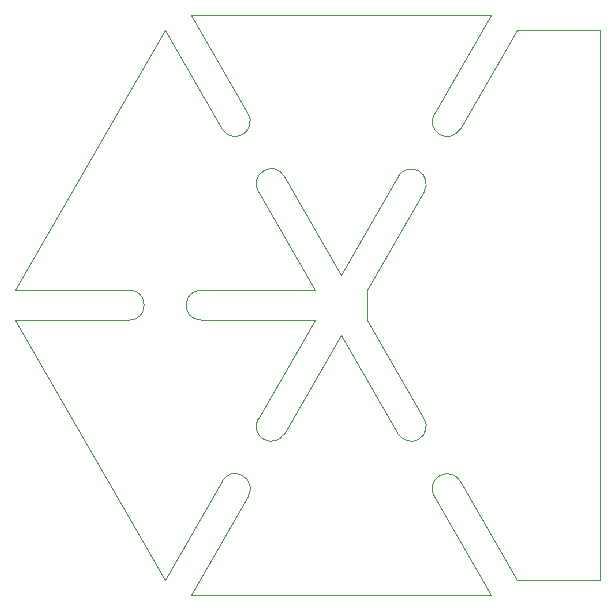
<source format=gbr>
%TF.GenerationSoftware,KiCad,Pcbnew,7.0.10*%
%TF.CreationDate,2024-02-05T19:53:07-05:00*%
%TF.ProjectId,Digital D20,44696769-7461-46c2-9044-32302e6b6963,rev?*%
%TF.SameCoordinates,Original*%
%TF.FileFunction,Profile,NP*%
%FSLAX46Y46*%
G04 Gerber Fmt 4.6, Leading zero omitted, Abs format (unit mm)*
G04 Created by KiCad (PCBNEW 7.0.10) date 2024-02-05 19:53:07*
%MOMM*%
%LPD*%
G01*
G04 APERTURE LIST*
%TA.AperFunction,Profile*%
%ADD10C,0.100000*%
%TD*%
G04 APERTURE END LIST*
D10*
X172039411Y-148997046D02*
X179019200Y-148996400D01*
X179019199Y-102462309D02*
X172039410Y-102462955D01*
X167213411Y-140638169D02*
G75*
G03*
X165013706Y-141908169I-1099853J-634999D01*
G01*
X164165410Y-116101123D02*
G75*
G03*
X161965705Y-114831123I-1099852J635001D01*
G01*
X165013705Y-109551832D02*
G75*
G03*
X167213410Y-110821832I1099852J-635001D01*
G01*
X161965706Y-136628878D02*
G75*
G03*
X164165411Y-135358878I1099853J634999D01*
G01*
X179019200Y-148996400D02*
X179019199Y-102462309D01*
X159339410Y-124460000D02*
X159339411Y-127000000D01*
X169839706Y-150267046D02*
X165013706Y-141908169D01*
X167213411Y-140638168D02*
X172039411Y-148997046D01*
X157139706Y-128270001D02*
X161965706Y-136628878D01*
X159339411Y-127000000D02*
X164165411Y-135358878D01*
X157139705Y-123190000D02*
X161965705Y-114831123D01*
X164165410Y-116101123D02*
X159339410Y-124460000D01*
X169839705Y-101192955D02*
X165013705Y-109551832D01*
X172039410Y-102462955D02*
X167213410Y-110821832D01*
X144439705Y-101192954D02*
X169839705Y-101192954D01*
X152313703Y-114831123D02*
G75*
G03*
X150114001Y-116101123I-1099851J-635000D01*
G01*
X154940000Y-124460000D02*
X150114000Y-116101123D01*
X147066000Y-110821832D02*
G75*
G03*
X149265704Y-109551832I1099852J635000D01*
G01*
X152313705Y-114831122D02*
X157139705Y-123190000D01*
X142240000Y-102462955D02*
X147066000Y-110821832D01*
X144439705Y-101192954D02*
X149265705Y-109551832D01*
X149265704Y-141908167D02*
G75*
G03*
X147066001Y-140638168I-1099852J634999D01*
G01*
X142240000Y-148997045D02*
X147066000Y-140638168D01*
X150114000Y-135358877D02*
G75*
G03*
X152313704Y-136628877I1099852J-635000D01*
G01*
X149265705Y-141908168D02*
X144439705Y-150267045D01*
X154940000Y-127000000D02*
X150114000Y-135358877D01*
X157139705Y-128270000D02*
X152313705Y-136628877D01*
X154940000Y-124460000D02*
X145288000Y-124460000D01*
X129540000Y-124460000D02*
X139192000Y-124460000D01*
X154940000Y-127000000D02*
X145288000Y-127000000D01*
X139192000Y-127000000D02*
X129540000Y-127000000D01*
X169839706Y-150267046D02*
X144439705Y-150267045D01*
X145288000Y-124460000D02*
G75*
G03*
X145288000Y-127000000I0J-1270000D01*
G01*
X139192000Y-127000000D02*
G75*
G03*
X139192000Y-124460000I0J1270000D01*
G01*
X142240000Y-148997045D02*
X129540000Y-127000000D01*
X129540000Y-124460000D02*
X142240000Y-102462955D01*
M02*

</source>
